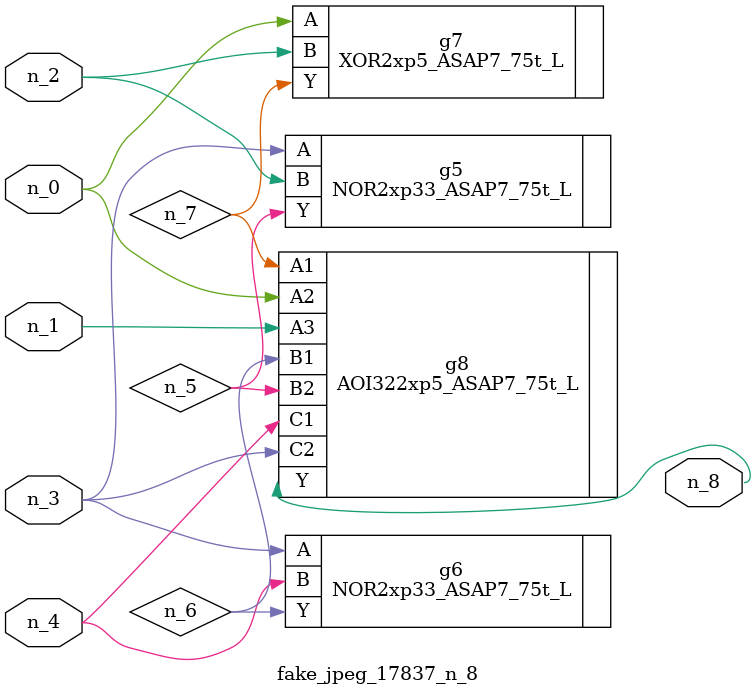
<source format=v>
module fake_jpeg_17837_n_8 (n_3, n_2, n_1, n_0, n_4, n_8);

input n_3;
input n_2;
input n_1;
input n_0;
input n_4;

output n_8;

wire n_6;
wire n_5;
wire n_7;

NOR2xp33_ASAP7_75t_L g5 ( 
.A(n_3),
.B(n_2),
.Y(n_5)
);

NOR2xp33_ASAP7_75t_L g6 ( 
.A(n_3),
.B(n_4),
.Y(n_6)
);

XOR2xp5_ASAP7_75t_L g7 ( 
.A(n_0),
.B(n_2),
.Y(n_7)
);

AOI322xp5_ASAP7_75t_L g8 ( 
.A1(n_7),
.A2(n_0),
.A3(n_1),
.B1(n_6),
.B2(n_5),
.C1(n_4),
.C2(n_3),
.Y(n_8)
);


endmodule
</source>
